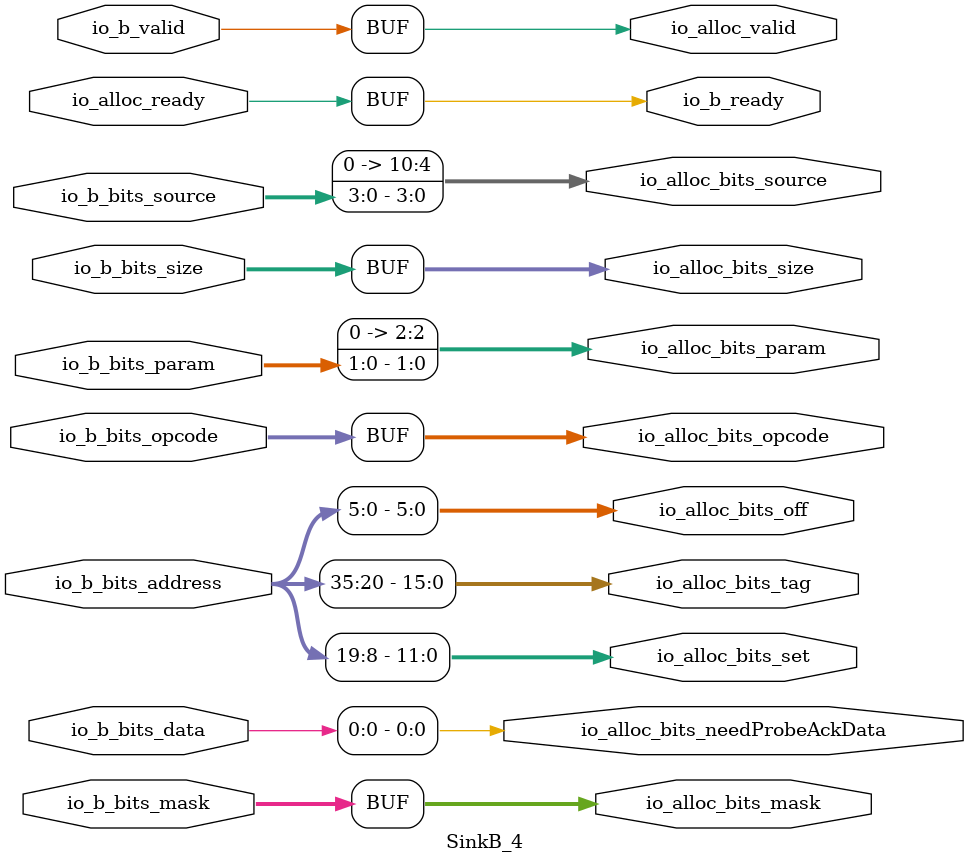
<source format=sv>
`ifndef RANDOMIZE
  `ifdef RANDOMIZE_MEM_INIT
    `define RANDOMIZE
  `endif // RANDOMIZE_MEM_INIT
`endif // not def RANDOMIZE
`ifndef RANDOMIZE
  `ifdef RANDOMIZE_REG_INIT
    `define RANDOMIZE
  `endif // RANDOMIZE_REG_INIT
`endif // not def RANDOMIZE

`ifndef RANDOM
  `define RANDOM $random
`endif // not def RANDOM

// Users can define INIT_RANDOM as general code that gets injected into the
// initializer block for modules with registers.
`ifndef INIT_RANDOM
  `define INIT_RANDOM
`endif // not def INIT_RANDOM

// If using random initialization, you can also define RANDOMIZE_DELAY to
// customize the delay used, otherwise 0.002 is used.
`ifndef RANDOMIZE_DELAY
  `define RANDOMIZE_DELAY 0.002
`endif // not def RANDOMIZE_DELAY

// Define INIT_RANDOM_PROLOG_ for use in our modules below.
`ifndef INIT_RANDOM_PROLOG_
  `ifdef RANDOMIZE
    `ifdef VERILATOR
      `define INIT_RANDOM_PROLOG_ `INIT_RANDOM
    `else  // VERILATOR
      `define INIT_RANDOM_PROLOG_ `INIT_RANDOM #`RANDOMIZE_DELAY begin end
    `endif // VERILATOR
  `else  // RANDOMIZE
    `define INIT_RANDOM_PROLOG_
  `endif // RANDOMIZE
`endif // not def INIT_RANDOM_PROLOG_

// Include register initializers in init blocks unless synthesis is set
`ifndef SYNTHESIS
  `ifndef ENABLE_INITIAL_REG_
    `define ENABLE_INITIAL_REG_
  `endif // not def ENABLE_INITIAL_REG_
`endif // not def SYNTHESIS

// Include rmemory initializers in init blocks unless synthesis is set
`ifndef SYNTHESIS
  `ifndef ENABLE_INITIAL_MEM_
    `define ENABLE_INITIAL_MEM_
  `endif // not def ENABLE_INITIAL_MEM_
`endif // not def SYNTHESIS

module SinkB_4(
  output         io_b_ready,
  input          io_b_valid,
  input  [2:0]   io_b_bits_opcode,
  input  [1:0]   io_b_bits_param,
  input  [2:0]   io_b_bits_size,
  input  [3:0]   io_b_bits_source,
  input  [35:0]  io_b_bits_address,
  input  [31:0]  io_b_bits_mask,
  input  [255:0] io_b_bits_data,
  input          io_alloc_ready,
  output         io_alloc_valid,
  output [2:0]   io_alloc_bits_opcode,
  output [2:0]   io_alloc_bits_param,
  output [2:0]   io_alloc_bits_size,
  output [10:0]  io_alloc_bits_source,
  output [11:0]  io_alloc_bits_set,
  output [15:0]  io_alloc_bits_tag,
  output [5:0]   io_alloc_bits_off,
  output [31:0]  io_alloc_bits_mask,
  output         io_alloc_bits_needProbeAckData
);

  assign io_b_ready = io_alloc_ready;
  assign io_alloc_valid = io_b_valid;
  assign io_alloc_bits_opcode = io_b_bits_opcode;
  assign io_alloc_bits_param = {1'h0, io_b_bits_param};
  assign io_alloc_bits_size = io_b_bits_size;
  assign io_alloc_bits_source = {7'h0, io_b_bits_source};
  assign io_alloc_bits_set = io_b_bits_address[19:8];
  assign io_alloc_bits_tag = io_b_bits_address[35:20];
  assign io_alloc_bits_off = io_b_bits_address[5:0];
  assign io_alloc_bits_mask = io_b_bits_mask;
  assign io_alloc_bits_needProbeAckData = io_b_bits_data[0];
endmodule


</source>
